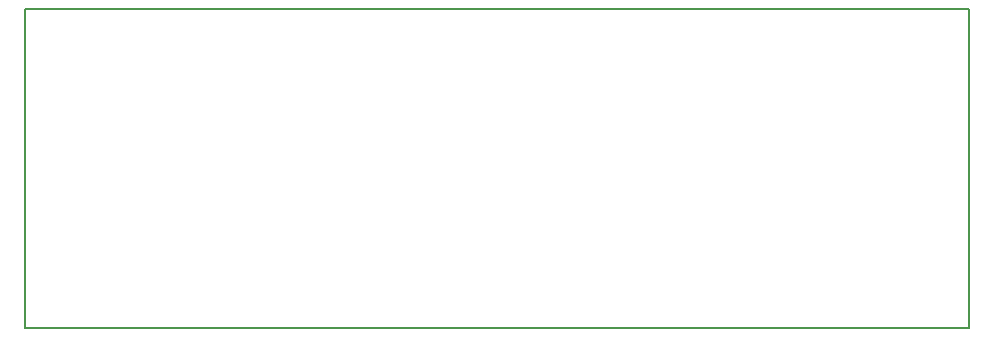
<source format=gm1>
G04 #@! TF.FileFunction,Profile,NP*
%FSLAX46Y46*%
G04 Gerber Fmt 4.6, Leading zero omitted, Abs format (unit mm)*
G04 Created by KiCad (PCBNEW (2016-09-14 revision 83ed3c9)-makepkg) date 10/14/16 01:05:57*
%MOMM*%
%LPD*%
G01*
G04 APERTURE LIST*
%ADD10C,0.100000*%
%ADD11C,0.150000*%
G04 APERTURE END LIST*
D10*
D11*
X225873691Y-98578953D02*
X225873691Y-71578953D01*
X145873691Y-71578953D02*
X145873691Y-98578953D01*
X145873691Y-71578953D02*
X225873691Y-71578953D01*
X145873691Y-98578953D02*
X225873691Y-98578953D01*
M02*

</source>
